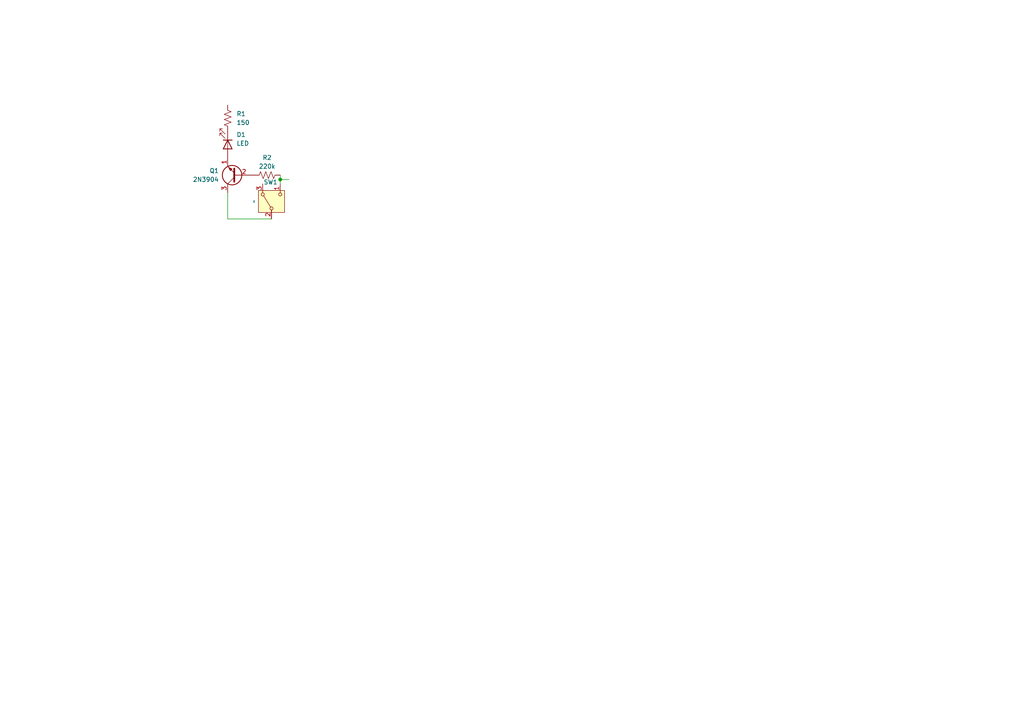
<source format=kicad_sch>
(kicad_sch (version 20231120) (generator "eeschema") (generator_version "8.0")
  (paper "A4")
  (lib_symbols
    (symbol "Device:LED" (pin_numbers hide) (pin_names (offset 1.016) hide)
      (property "Reference" "D" (at 0 2.54 0))
      (property "Value" "LED" (at 0 -2.54 0))
      (symbol "LED_0_1"
        (polyline (pts (xy -1.27 -1.27) (xy -1.27 1.27)) (stroke (width 0.254)))
        (polyline (pts (xy -1.27 0) (xy 1.27 0)))
        (polyline (pts (xy 1.27 -1.27) (xy 1.27 1.27) (xy -1.27 0) (xy 1.27 -1.27)) (stroke (width 0.254)))
        (polyline (pts (xy -3.048 -0.762) (xy -4.572 -2.286) (xy -3.81 -2.286) (xy -4.572 -2.286) (xy -4.572 -1.524)))
        (polyline (pts (xy -1.778 -0.762) (xy -3.302 -2.286) (xy -2.54 -2.286) (xy -3.302 -2.286) (xy -3.302 -1.524)))
      )
      (symbol "LED_1_1"
        (pin passive line (at -3.81 0 0) (length 2.54) (name "K") (number "1"))
        (pin passive line (at 3.81 0 180) (length 2.54) (name "A") (number "2"))
      )
    )
    (symbol "Device:R_US" (pin_numbers hide) (pin_names (offset 0))
      (property "Reference" "R" (at 2.54 0 90))
      (property "Value" "R_US" (at -2.54 0 90))
      (symbol "R_US_0_1"
        (polyline (pts (xy 0 -2.286) (xy 0 -2.54)))
        (polyline (pts (xy 0 2.286) (xy 0 2.54)))
        (polyline (pts (xy 0 -0.762) (xy 1.016 -1.143) (xy 0 -1.524) (xy -1.016 -1.905) (xy 0 -2.286)))
        (polyline (pts (xy 0 0.762) (xy 1.016 0.381) (xy 0 0) (xy -1.016 -0.381) (xy 0 -0.762)))
        (polyline (pts (xy 0 2.286) (xy 1.016 1.905) (xy 0 1.524) (xy -1.016 1.143) (xy 0 0.762)))
      )
      (symbol "R_US_1_1"
        (pin passive line (at 0 3.81 270) (length 1.27) (name "~") (number "1"))
        (pin passive line (at 0 -3.81 90) (length 1.27) (name "~") (number "2"))
      )
    )
    (symbol "Switch:SW_Nidec_CAS-120A1" (pin_names (offset 1) hide)
      (property "Reference" "SW" (at 0 4.318 0))
      (property "Value" "SW_Nidec_CAS-120A1" (at 0 -5.08 0))
      (symbol "SW_Nidec_CAS-120A1_0_1"
        (circle (center -2.032 0) (radius 0.4572))
        (polyline (pts (xy -1.651 0.254) (xy 1.651 2.286)))
        (circle (center 2.032 -2.54) (radius 0.4572))
        (circle (center 2.032 2.54) (radius 0.4572))
      )
      (symbol "SW_Nidec_CAS-120A1_1_1"
        (rectangle (start -3.175 3.81) (end 3.175 -3.81) (fill (type background)))
        (pin passive line (at 5.08 -2.54 180) (length 2.54) (name "C") (number "1"))
        (pin passive line (at -5.08 0 0) (length 2.54) (name "B") (number "2"))
        (pin passive line (at 5.08 2.54 180) (length 2.54) (name "A") (number "3"))
      )
    )
    (symbol "Transistor_BJT:2N3904" (pin_names (offset 0) hide)
      (property "Reference" "Q" (at 5.08 1.905 0))
      (property "Value" "2N3904" (at 5.08 0 0))
      (symbol "2N3904_0_1"
        (polyline (pts (xy 0.635 0.635) (xy 2.54 2.54)))
        (polyline (pts (xy 0.635 -0.635) (xy 2.54 -2.54) (xy 2.54 -2.54)))
        (polyline (pts (xy 0.635 1.905) (xy 0.635 -1.905) (xy 0.635 -1.905)) (stroke (width 0.508)))
        (polyline (pts (xy 1.27 -1.778) (xy 1.778 -1.27) (xy 2.286 -2.286) (xy 1.27 -1.778) (xy 1.27 -1.778)) (fill (type outline)))
        (circle (center 1.27 0) (radius 2.8194) (stroke (width 0.254)))
      )
      (symbol "2N3904_1_1"
        (pin passive line (at 2.54 -5.08 90) (length 2.54) (name "E") (number "1"))
        (pin passive line (at -5.08 0 0) (length 5.715) (name "B") (number "2"))
        (pin passive line (at 2.54 5.08 270) (length 2.54) (name "C") (number "3"))
      )
    )
  )
  (junction (at 81.28 52.07))
  (wire (pts (xy 66.04 63.5) (xy 78.74 63.5)))
  (wire (pts (xy 81.28 52.07) (xy 81.28 50.8)))
  (wire (pts (xy 81.28 52.07) (xy 83.82 52.07)))
  (wire (pts (xy 66.04 63.5) (xy 66.04 55.88)))
  (wire (pts (xy 81.28 53.34) (xy 81.28 52.07)))
  (symbol (lib_id "Device:R_US") (at 77.47 50.8 90) (unit 1)
    (property "Reference" "R2" (at 77.47 45.72 90))
    (property "Value" "220k" (at 77.47 48.26 90))
    (property "Footprint" "Resistor_THT:R_Axial_DIN0204_L3.6mm_D1.6mm_P1.90mm_Vertical" (effects (hide yes)))
    (property "Description" "Resistor, US symbol" (effects (hide yes)))
  )
  (symbol (lib_id "Transistor_BJT:2N3904") (at 68.58 50.8 180) (unit 1)
    (property "Reference" "Q1" (at 63.5 49.5299 0) (effects (justify left)))
    (property "Value" "2N3904" (at 63.5 52.0699 0) (effects (justify left)))
    (property "Footprint" "Package_TO_SOT_THT:TO-92L_HandSolder" (effects (hide yes)))
    (property "Datasheet" "https://www.onsemi.com/pub/Collateral/2N3903-D.PDF" (effects (hide yes)))
    (property "Description" "0.2A Ic, 40V Vce, Small Signal NPN Transistor, TO-92" (effects (hide yes)))
    (property "Sim.Device" "NPN" (effects (hide yes)))
    (property "Sim.Type" "VBIC" (effects (hide yes)))
    (property "Sim.Pins" "1=C 2=B 3=E" (effects (hide yes)))
  )
  (symbol (lib_id "Device:R_US") (at 66.04 34.29 0) (unit 1)
    (property "Reference" "R1" (at 68.58 33.0199 0) (effects (justify left)))
    (property "Value" "150" (at 68.58 35.5599 0) (effects (justify left)))
    (property "Footprint" "Resistor_THT:R_Axial_DIN0204_L3.6mm_D1.6mm_P1.90mm_Vertical" (effects (hide yes)))
    (property "Description" "Resistor, US symbol" (effects (hide yes)))
  )
  (symbol (lib_id "Device:LED") (at 66.04 41.91 270) (unit 1)
    (property "Reference" "D1" (at 68.58 39.0524 90) (effects (justify left)))
    (property "Value" "LED" (at 68.58 41.5924 90) (effects (justify left)))
    (property "Footprint" "LED_THT:LED_D5.0mm_FlatTop" (effects (hide yes)))
    (property "Description" "Light emitting diode" (effects (hide yes)))
  )
  (symbol (lib_id "Switch:SW_Nidec_CAS-120A1") (at 78.74 58.42 90) (unit 1)
    (property "Reference" "SW1" (at 78.486 52.832 90))
    (property "Value" "~" (at 73.66 58.42 0))
    (property "Footprint" "Button_Switch_THT:Alex_Switch" (effects (hide yes)))
    (property "Datasheet" "https://www.nidec-components.com/e/catalog/switch/cas.pdf" (effects (hide yes)))
    (property "Description" "Switch, single pole double throw" (effects (hide yes)))
  )
)
</source>
